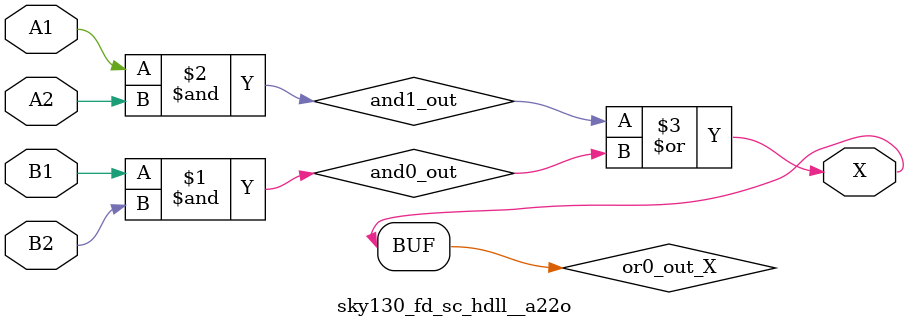
<source format=v>
/*
 * Copyright 2020 The SkyWater PDK Authors
 *
 * Licensed under the Apache License, Version 2.0 (the "License");
 * you may not use this file except in compliance with the License.
 * You may obtain a copy of the License at
 *
 *     https://www.apache.org/licenses/LICENSE-2.0
 *
 * Unless required by applicable law or agreed to in writing, software
 * distributed under the License is distributed on an "AS IS" BASIS,
 * WITHOUT WARRANTIES OR CONDITIONS OF ANY KIND, either express or implied.
 * See the License for the specific language governing permissions and
 * limitations under the License.
 *
 * SPDX-License-Identifier: Apache-2.0
*/


`ifndef SKY130_FD_SC_HDLL__A22O_FUNCTIONAL_V
`define SKY130_FD_SC_HDLL__A22O_FUNCTIONAL_V

/**
 * a22o: 2-input AND into both inputs of 2-input OR.
 *
 *       X = ((A1 & A2) | (B1 & B2))
 *
 * Verilog simulation functional model.
 */

`timescale 1ns / 1ps
`default_nettype none

`celldefine
module sky130_fd_sc_hdll__a22o (
    X ,
    A1,
    A2,
    B1,
    B2
);

    // Module ports
    output X ;
    input  A1;
    input  A2;
    input  B1;
    input  B2;

    // Local signals
    wire and0_out ;
    wire and1_out ;
    wire or0_out_X;

    //  Name  Output     Other arguments
    and and0 (and0_out , B1, B2            );
    and and1 (and1_out , A1, A2            );
    or  or0  (or0_out_X, and1_out, and0_out);
    buf buf0 (X        , or0_out_X         );

endmodule
`endcelldefine

`default_nettype wire
`endif  // SKY130_FD_SC_HDLL__A22O_FUNCTIONAL_V

</source>
